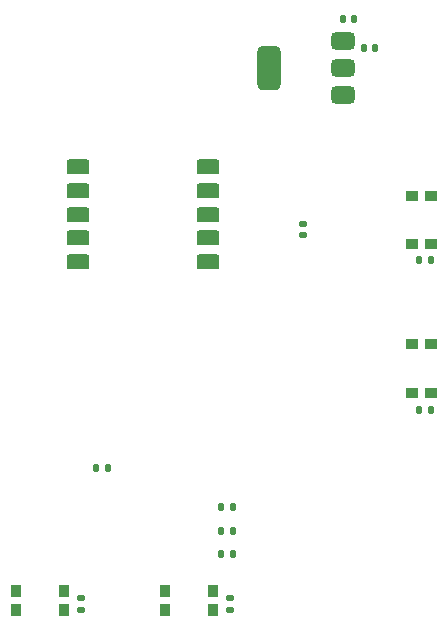
<source format=gbr>
%TF.GenerationSoftware,KiCad,Pcbnew,9.0.6*%
%TF.CreationDate,2025-12-31T21:00:04+02:00*%
%TF.ProjectId,MiPi,4d695069-2e6b-4696-9361-645f70636258,1.0*%
%TF.SameCoordinates,Original*%
%TF.FileFunction,Paste,Top*%
%TF.FilePolarity,Positive*%
%FSLAX46Y46*%
G04 Gerber Fmt 4.6, Leading zero omitted, Abs format (unit mm)*
G04 Created by KiCad (PCBNEW 9.0.6) date 2025-12-31 21:00:04*
%MOMM*%
%LPD*%
G01*
G04 APERTURE LIST*
G04 Aperture macros list*
%AMRoundRect*
0 Rectangle with rounded corners*
0 $1 Rounding radius*
0 $2 $3 $4 $5 $6 $7 $8 $9 X,Y pos of 4 corners*
0 Add a 4 corners polygon primitive as box body*
4,1,4,$2,$3,$4,$5,$6,$7,$8,$9,$2,$3,0*
0 Add four circle primitives for the rounded corners*
1,1,$1+$1,$2,$3*
1,1,$1+$1,$4,$5*
1,1,$1+$1,$6,$7*
1,1,$1+$1,$8,$9*
0 Add four rect primitives between the rounded corners*
20,1,$1+$1,$2,$3,$4,$5,0*
20,1,$1+$1,$4,$5,$6,$7,0*
20,1,$1+$1,$6,$7,$8,$9,0*
20,1,$1+$1,$8,$9,$2,$3,0*%
G04 Aperture macros list end*
%ADD10RoundRect,0.190500X0.762000X0.444500X-0.762000X0.444500X-0.762000X-0.444500X0.762000X-0.444500X0*%
%ADD11RoundRect,0.140000X-0.140000X-0.170000X0.140000X-0.170000X0.140000X0.170000X-0.140000X0.170000X0*%
%ADD12R,1.000000X0.900000*%
%ADD13R,0.900000X1.000000*%
%ADD14RoundRect,0.135000X0.135000X0.185000X-0.135000X0.185000X-0.135000X-0.185000X0.135000X-0.185000X0*%
%ADD15RoundRect,0.140000X0.170000X-0.140000X0.170000X0.140000X-0.170000X0.140000X-0.170000X-0.140000X0*%
%ADD16RoundRect,0.135000X-0.135000X-0.185000X0.135000X-0.185000X0.135000X0.185000X-0.135000X0.185000X0*%
%ADD17RoundRect,0.135000X0.185000X-0.135000X0.185000X0.135000X-0.185000X0.135000X-0.185000X-0.135000X0*%
%ADD18RoundRect,0.375000X0.625000X0.375000X-0.625000X0.375000X-0.625000X-0.375000X0.625000X-0.375000X0*%
%ADD19RoundRect,0.500000X0.500000X1.400000X-0.500000X1.400000X-0.500000X-1.400000X0.500000X-1.400000X0*%
G04 APERTURE END LIST*
D10*
%TO.C,U3*%
X106990000Y-79120000D03*
X106990000Y-77120000D03*
X106990000Y-75120000D03*
X106990000Y-73120000D03*
X106990000Y-71120000D03*
X95990000Y-71120000D03*
X95990000Y-73120000D03*
X95990000Y-75120000D03*
X95990000Y-77120000D03*
X95990000Y-79120000D03*
%TD*%
D11*
%TO.C,C39*%
X120200000Y-61050000D03*
X121160000Y-61050000D03*
%TD*%
D12*
%TO.C,SW6*%
X125850000Y-86100000D03*
X125850000Y-90200000D03*
X124250000Y-86100000D03*
X124250000Y-90200000D03*
%TD*%
D13*
%TO.C,SW5*%
X103350000Y-107000000D03*
X107450000Y-107000000D03*
X103350000Y-108600000D03*
X107450000Y-108600000D03*
%TD*%
D14*
%TO.C,R18*%
X109150000Y-99900000D03*
X108130000Y-99900000D03*
%TD*%
D15*
%TO.C,C11*%
X115010000Y-76880000D03*
X115010000Y-75920000D03*
%TD*%
D16*
%TO.C,R19*%
X124840000Y-78950000D03*
X125860000Y-78950000D03*
%TD*%
D14*
%TO.C,R17*%
X109150000Y-101890000D03*
X108130000Y-101890000D03*
%TD*%
D17*
%TO.C,R15*%
X96250000Y-108610000D03*
X96250000Y-107590000D03*
%TD*%
D18*
%TO.C,U6*%
X118450000Y-65000000D03*
X118450000Y-62700000D03*
D19*
X112150000Y-62700000D03*
D18*
X118450000Y-60400000D03*
%TD*%
D13*
%TO.C,SW4*%
X90750000Y-107000000D03*
X94850000Y-107000000D03*
X90750000Y-108600000D03*
X94850000Y-108600000D03*
%TD*%
D14*
%TO.C,R16*%
X109150000Y-103880000D03*
X108130000Y-103880000D03*
%TD*%
D17*
%TO.C,R14*%
X108850000Y-108600000D03*
X108850000Y-107580000D03*
%TD*%
D11*
%TO.C,C38*%
X118440000Y-58550000D03*
X119400000Y-58550000D03*
%TD*%
D12*
%TO.C,SW7*%
X125850000Y-73500000D03*
X125850000Y-77600000D03*
X124250000Y-73500000D03*
X124250000Y-77600000D03*
%TD*%
D11*
%TO.C,C23*%
X97550000Y-96560000D03*
X98510000Y-96560000D03*
%TD*%
D16*
%TO.C,R20*%
X124840000Y-91650000D03*
X125860000Y-91650000D03*
%TD*%
M02*

</source>
